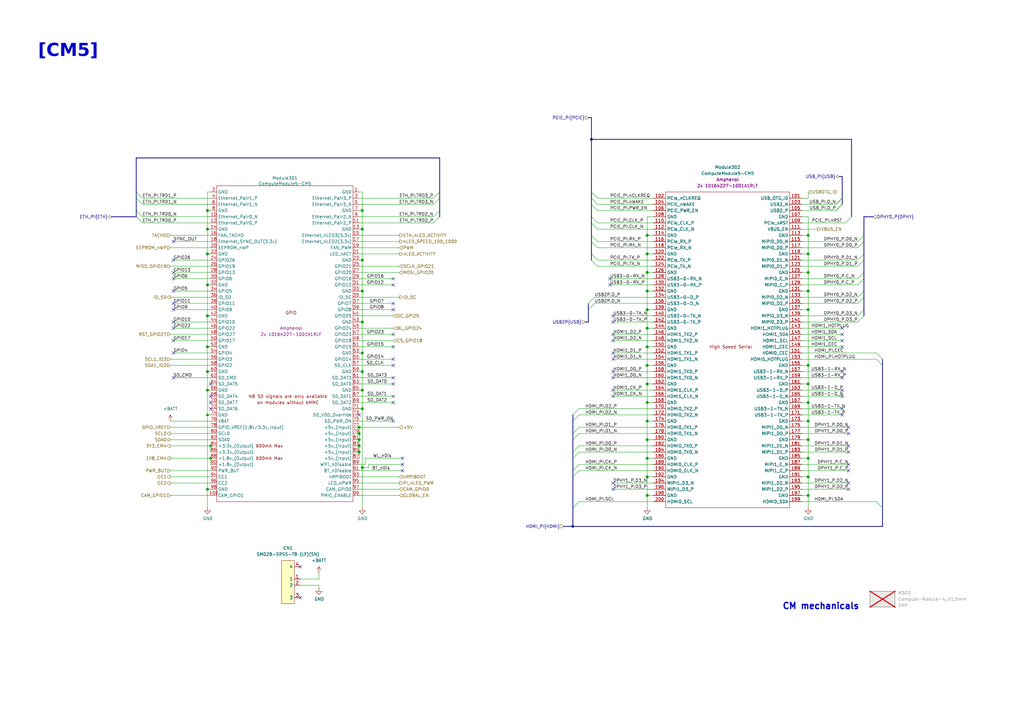
<source format=kicad_sch>
(kicad_sch (version 20250114) (generator "eeschema") (generator_version "9.0")
  (paper "A3")
  (title_block (title "CM5 MINIMA") (date "2025-06-04") (rev "3.1") (company "Pierluigi Colangeli"))
  (bus_alias "DPHY" (members "D0_N" "D0_P" "D1_N" "D1_P" "D2_N" "D2_P" "D3_N" "D3_P" "C_N" "C_P"))
  (text "CM mechanicals" (at 320.802 250.19 0) (effects (font (size 2.54 2.54) (thickness 0.508) (bold yes)) (justify left bottom)))
  (text "[CM5]" (at 27.94 22.352 0) (effects (font (size 5.27 5.27) (bold yes))))
  (junction (at 331.47 119.38) (diameter 1.016))
  (junction (at 331.47 172.72) (diameter 1.016))
  (junction (at 331.47 195.58) (diameter 1.016))
  (junction (at 148.59 167.64) (diameter 1.016))
  (junction (at 85.09 93.98) (diameter 1.016))
  (junction (at 265.43 172.72) (diameter 1.016))
  (junction (at 147.32 185.42) (diameter 1.016))
  (junction (at 147.32 177.8) (diameter 1.016))
  (junction (at 265.43 119.38) (diameter 1.016))
  (junction (at 85.09 104.14) (diameter 1.016))
  (junction (at 148.59 191.77) (diameter 1.016))
  (junction (at 148.59 144.78) (diameter 1.016))
  (junction (at 148.59 86.36) (diameter 1.016))
  (junction (at 147.32 182.88) (diameter 1.016))
  (junction (at 265.43 134.62) (diameter 1.016))
  (junction (at 265.43 187.96) (diameter 1.016))
  (junction (at 265.43 157.48) (diameter 1.016))
  (junction (at 265.43 165.1) (diameter 1.016))
  (junction (at 85.09 129.54) (diameter 1.016))
  (junction (at 86.36 187.96))
  (junction (at 265.43 203.2) (diameter 1.016))
  (junction (at 148.59 119.38) (diameter 1.016))
  (junction (at 148.59 93.98) (diameter 1.016))
  (junction (at 331.47 104.14) (diameter 1.016))
  (junction (at 242.57 57.15))
  (junction (at 265.43 149.86) (diameter 1.016))
  (junction (at 331.47 165.1) (diameter 1.016))
  (junction (at 85.09 142.24) (diameter 1.016))
  (junction (at 147.32 180.34) (diameter 1.016))
  (junction (at 234.95 215.9))
  (junction (at 265.43 142.24) (diameter 1.016))
  (junction (at 331.47 127) (diameter 1.016))
  (junction (at 331.47 180.34) (diameter 1.016))
  (junction (at 86.36 182.88))
  (junction (at 265.43 96.52) (diameter 1.016))
  (junction (at 148.59 152.4) (diameter 1.016))
  (junction (at 85.09 200.66) (diameter 1.016))
  (junction (at 265.43 127) (diameter 1.016))
  (junction (at 148.59 106.68) (diameter 1.016))
  (junction (at 265.43 180.34) (diameter 1.016))
  (junction (at 147.32 175.26) (diameter 1.016))
  (junction (at 85.09 170.18))
  (junction (at 148.59 132.08) (diameter 1.016))
  (junction (at 265.43 195.58) (diameter 1.016))
  (junction (at 85.09 116.84) (diameter 1.016))
  (junction (at 265.43 111.76) (diameter 1.016))
  (junction (at 148.59 160.02) (diameter 1.016))
  (junction (at 85.09 152.4) (diameter 1.016))
  (junction (at 331.47 111.76) (diameter 1.016))
  (junction (at 331.47 149.86) (diameter 1.016))
  (junction (at 331.47 187.96) (diameter 1.016))
  (junction (at 85.09 160.02) (diameter 1.016))
  (junction (at 85.09 86.36) (diameter 1.016))
  (junction (at 331.47 157.48) (diameter 1.016))
  (junction (at 331.47 203.2) (diameter 1.016))
  (junction (at 265.43 104.14) (diameter 1.016))
  (junction (at 331.47 96.52) (diameter 1.016))
  (no_connect (at 161.29 162.56))
  (no_connect (at 71.12 154.94))
  (no_connect (at 347.98 185.42))
  (no_connect (at 345.44 154.94))
  (no_connect (at 251.46 160.02))
  (no_connect (at 251.46 137.16))
  (no_connect (at 161.29 127))
  (no_connect (at 345.44 170.18))
  (no_connect (at 147.32 170.18))
  (no_connect (at 347.98 177.8))
  (no_connect (at 71.12 134.62))
  (no_connect (at 86.36 157.48))
  (no_connect (at 161.29 149.86))
  (no_connect (at 86.36 167.64))
  (no_connect (at 347.98 175.26))
  (no_connect (at 71.12 111.76))
  (no_connect (at 345.44 139.7))
  (no_connect (at 345.44 162.56))
  (no_connect (at 347.98 200.66))
  (no_connect (at 347.98 182.88))
  (no_connect (at 161.29 154.94))
  (no_connect (at 71.12 127))
  (no_connect (at 251.46 132.08))
  (no_connect (at 345.44 160.02))
  (no_connect (at 251.46 154.94))
  (no_connect (at 251.46 198.12))
  (no_connect (at 345.44 152.4))
  (no_connect (at 345.44 137.16))
  (no_connect (at 165.1 187.96))
  (no_connect (at 71.12 119.38))
  (no_connect (at 347.98 193.04))
  (no_connect (at 250.19 114.3))
  (no_connect (at 123.19 245.11))
  (no_connect (at 86.36 165.1))
  (no_connect (at 71.12 124.46))
  (no_connect (at 71.12 132.08))
  (no_connect (at 165.1 190.5))
  (no_connect (at 161.29 142.24))
  (no_connect (at 251.46 129.54))
  (no_connect (at 251.46 200.66))
  (no_connect (at 161.29 124.46))
  (no_connect (at 345.44 167.64))
  (no_connect (at 161.29 157.48))
  (no_connect (at 251.46 152.4))
  (no_connect (at 161.29 147.32))
  (no_connect (at 71.12 106.68))
  (no_connect (at 251.46 144.78))
  (no_connect (at 165.1 193.04))
  (no_connect (at 161.29 114.3))
  (no_connect (at 71.12 99.06))
  (no_connect (at 347.98 190.5))
  (no_connect (at 161.29 137.16))
  (no_connect (at 161.29 116.84))
  (no_connect (at 71.12 114.3))
  (no_connect (at 251.46 162.56))
  (no_connect (at 71.12 144.78))
  (no_connect (at 251.46 147.32))
  (no_connect (at 71.12 139.7))
  (no_connect (at 250.19 116.84))
  (no_connect (at 347.98 198.12))
  (no_connect (at 251.46 139.7))
  (no_connect (at 161.29 165.1))
  (no_connect (at 123.19 232.41))
  (no_connect (at 161.29 172.72))
  (no_connect (at 86.36 162.56))
  (no_connect (at 345.44 142.24))
  (no_connect (at 345.44 134.62))
  (bus_entry (at 55.88 86.36) (size 2.54 2.54))
  (bus_entry (at 345.44 83.82) (size -2.54 2.54))
  (bus_entry (at 177.8 91.44) (size 2.54 -2.54))
  (bus_entry (at 342.9 83.82) (size 2.54 -2.54))
  (bus_entry (at 242.57 83.82) (size 2.54 2.54))
  (bus_entry (at 55.88 88.9) (size 2.54 2.54))
  (bus_entry (at 342.9 86.36) (size 2.54 -2.54))
  (bus_entry (at 351.79 106.68) (size 2.54 -2.54))
  (bus_entry (at 242.57 78.74) (size 2.54 2.54))
  (bus_entry (at 359.41 144.78) (size 2.54 2.54))
  (bus_entry (at 351.79 101.6) (size 2.54 -2.54))
  (bus_entry (at 242.57 99.06) (size 2.54 2.54))
  (bus_entry (at 55.88 81.28) (size 2.54 2.54))
  (bus_entry (at 177.8 81.28) (size 2.54 -2.54))
  (bus_entry (at 237.49 205.74) (size -2.54 2.54))
  (bus_entry (at 237.49 182.88) (size -2.54 2.54))
  (bus_entry (at 351.79 99.06) (size 2.54 -2.54))
  (bus_entry (at 242.57 104.14) (size 2.54 2.54))
  (bus_entry (at 351.79 116.84) (size 2.54 -2.54))
  (bus_entry (at 242.57 81.28) (size 2.54 2.54))
  (bus_entry (at 241.3 124.46) (size 2.54 -2.54))
  (bus_entry (at 242.57 106.68) (size 2.54 2.54))
  (bus_entry (at 346.71 91.44) (size 2.54 -2.54))
  (bus_entry (at 237.49 170.18) (size -2.54 2.54))
  (bus_entry (at 241.3 127) (size 2.54 -2.54))
  (bus_entry (at 242.57 88.9) (size 2.54 2.54))
  (bus_entry (at 351.79 109.22) (size 2.54 -2.54))
  (bus_entry (at 345.44 81.28) (size -2.54 2.54))
  (bus_entry (at 55.88 78.74) (size 2.54 2.54))
  (bus_entry (at 237.49 175.26) (size -2.54 2.54))
  (bus_entry (at 177.8 88.9) (size 2.54 -2.54))
  (bus_entry (at 351.79 121.92) (size 2.54 -2.54))
  (bus_entry (at 237.49 193.04) (size -2.54 2.54))
  (bus_entry (at 242.57 96.52) (size 2.54 2.54))
  (bus_entry (at 237.49 185.42) (size -2.54 2.54))
  (bus_entry (at 351.79 114.3) (size 2.54 -2.54))
  (bus_entry (at 351.79 132.08) (size 2.54 -2.54))
  (bus_entry (at 351.79 124.46) (size 2.54 -2.54))
  (bus_entry (at 359.41 205.74) (size 2.54 2.54))
  (bus_entry (at 242.57 91.44) (size 2.54 2.54))
  (bus_entry (at 237.49 177.8) (size -2.54 2.54))
  (bus_entry (at 359.41 147.32) (size 2.54 2.54))
  (bus_entry (at 351.79 129.54) (size 2.54 -2.54))
  (bus_entry (at 237.49 190.5) (size -2.54 2.54))
  (bus_entry (at 177.8 83.82) (size 2.54 -2.54))
  (bus_entry (at 237.49 167.64) (size -2.54 2.54))
  (wire (pts (xy 251.46 139.7) (xy 267.97 139.7)))
  (wire (pts (xy 85.09 93.98) (xy 85.09 86.36)))
  (wire (pts (xy 245.11 106.68) (xy 267.97 106.68)))
  (wire (pts (xy 147.32 203.2) (xy 163.83 203.2)))
  (wire (pts (xy 149.86 187.96) (xy 165.1 187.96)))
  (wire (pts (xy 148.59 78.74) (xy 148.59 86.36)))
  (wire (pts (xy 69.85 96.52) (xy 86.36 96.52)))
  (wire (pts (xy 237.49 182.88) (xy 267.97 182.88)))
  (wire (pts (xy 69.85 177.8) (xy 86.36 177.8)))
  (wire (pts (xy 85.09 152.4) (xy 85.09 160.02)))
  (wire (pts (xy 85.09 116.84) (xy 86.36 116.84)))
  (wire (pts (xy 331.47 172.72) (xy 331.47 180.34)))
  (bus (pts (xy 55.88 81.28) (xy 55.88 86.36)))
  (bus (pts (xy 358.14 88.9) (xy 354.33 88.9)))
  (wire (pts (xy 331.47 187.96) (xy 331.47 195.58)))
  (wire (pts (xy 251.46 129.54) (xy 267.97 129.54)))
  (bus (pts (xy 231.14 215.9) (xy 234.95 215.9)))
  (wire (pts (xy 251.46 200.66) (xy 267.97 200.66)))
  (wire (pts (xy 267.97 162.56) (xy 251.46 162.56)))
  (wire (pts (xy 328.93 152.4) (xy 345.44 152.4)))
  (wire (pts (xy 71.12 127) (xy 86.36 127)))
  (bus (pts (xy 354.33 104.14) (xy 354.33 106.68)))
  (wire (pts (xy 328.93 86.36) (xy 342.9 86.36)))
  (wire (pts (xy 331.47 127) (xy 331.47 119.38)))
  (wire (pts (xy 265.43 195.58) (xy 265.43 203.2)))
  (bus (pts (xy 242.57 81.28) (xy 242.57 78.74)))
  (wire (pts (xy 85.09 116.84) (xy 85.09 129.54)))
  (bus (pts (xy 180.34 81.28) (xy 180.34 86.36)))
  (wire (pts (xy 147.32 96.52) (xy 163.83 96.52)))
  (wire (pts (xy 58.42 88.9) (xy 86.36 88.9)))
  (wire (pts (xy 69.85 187.96) (xy 86.36 187.96)))
  (wire (pts (xy 147.32 114.3) (xy 161.29 114.3)))
  (wire (pts (xy 161.29 149.86) (xy 147.32 149.86)))
  (wire (pts (xy 265.43 96.52) (xy 265.43 104.14)))
  (wire (pts (xy 328.93 165.1) (xy 331.47 165.1)))
  (wire (pts (xy 69.85 193.04) (xy 86.36 193.04)))
  (wire (pts (xy 85.09 160.02) (xy 85.09 170.18)))
  (wire (pts (xy 328.93 149.86) (xy 331.47 149.86)))
  (wire (pts (xy 331.47 203.2) (xy 331.47 208.28)))
  (wire (pts (xy 58.42 83.82) (xy 86.36 83.82)))
  (wire (pts (xy 147.32 198.12) (xy 163.83 198.12)))
  (wire (pts (xy 251.46 154.94) (xy 267.97 154.94)))
  (wire (pts (xy 267.97 203.2) (xy 265.43 203.2)))
  (bus (pts (xy 354.33 111.76) (xy 354.33 114.3)))
  (wire (pts (xy 245.11 93.98) (xy 267.97 93.98)))
  (wire (pts (xy 328.93 139.7) (xy 345.44 139.7)))
  (wire (pts (xy 328.93 109.22) (xy 351.79 109.22)))
  (bus (pts (xy 242.57 99.06) (xy 242.57 96.52)))
  (bus (pts (xy 241.3 124.46) (xy 241.3 127)))
  (wire (pts (xy 147.32 175.26) (xy 163.83 175.26)))
  (bus (pts (xy 349.25 57.15) (xy 242.57 57.15)))
  (wire (pts (xy 331.47 195.58) (xy 331.47 203.2)))
  (wire (pts (xy 85.09 142.24) (xy 85.09 152.4)))
  (wire (pts (xy 123.19 237.49) (xy 130.81 237.49)))
  (wire (pts (xy 331.47 78.74) (xy 331.47 81.28)))
  (wire (pts (xy 147.32 86.36) (xy 148.59 86.36)))
  (wire (pts (xy 331.47 180.34) (xy 331.47 187.96)))
  (bus (pts (xy 345.44 81.28) (xy 345.44 83.82)))
  (wire (pts (xy 148.59 78.74) (xy 147.32 78.74)))
  (bus (pts (xy 234.95 180.34) (xy 234.95 185.42)))
  (wire (pts (xy 328.93 185.42) (xy 347.98 185.42)))
  (wire (pts (xy 328.93 96.52) (xy 331.47 96.52)))
  (wire (pts (xy 69.85 172.72) (xy 86.36 172.72)))
  (wire (pts (xy 147.32 152.4) (xy 148.59 152.4)))
  (wire (pts (xy 147.32 116.84) (xy 161.29 116.84)))
  (bus (pts (xy 234.95 172.72) (xy 234.95 177.8)))
  (wire (pts (xy 147.32 157.48) (xy 161.29 157.48)))
  (wire (pts (xy 328.93 142.24) (xy 345.44 142.24)))
  (wire (pts (xy 328.93 157.48) (xy 331.47 157.48)))
  (wire (pts (xy 71.12 114.3) (xy 86.36 114.3)))
  (wire (pts (xy 265.43 119.38) (xy 267.97 119.38)))
  (bus (pts (xy 55.88 86.36) (xy 55.88 88.9)))
  (wire (pts (xy 328.93 127) (xy 331.47 127)))
  (wire (pts (xy 147.32 139.7) (xy 161.29 139.7)))
  (wire (pts (xy 148.59 93.98) (xy 148.59 106.68)))
  (wire (pts (xy 250.19 114.3) (xy 267.97 114.3)))
  (wire (pts (xy 147.32 134.62) (xy 161.29 134.62)))
  (wire (pts (xy 147.32 182.88) (xy 147.32 185.42)))
  (wire (pts (xy 331.47 104.14) (xy 331.47 96.52)))
  (wire (pts (xy 85.09 200.66) (xy 85.09 208.28)))
  (wire (pts (xy 331.47 127) (xy 331.47 149.86)))
  (bus (pts (xy 180.34 64.77) (xy 180.34 78.74)))
  (wire (pts (xy 69.85 101.6) (xy 86.36 101.6)))
  (wire (pts (xy 147.32 175.26) (xy 147.32 177.8)))
  (bus (pts (xy 354.33 114.3) (xy 354.33 119.38)))
  (wire (pts (xy 328.93 147.32) (xy 359.41 147.32)))
  (wire (pts (xy 331.47 157.48) (xy 331.47 165.1)))
  (wire (pts (xy 251.46 198.12) (xy 267.97 198.12)))
  (bus (pts (xy 354.33 121.92) (xy 354.33 127)))
  (wire (pts (xy 265.43 88.9) (xy 265.43 96.52)))
  (wire (pts (xy 265.43 149.86) (xy 267.97 149.86)))
  (wire (pts (xy 151.13 190.5) (xy 165.1 190.5)))
  (wire (pts (xy 237.49 167.64) (xy 267.97 167.64)))
  (wire (pts (xy 267.97 101.6) (xy 245.11 101.6)))
  (wire (pts (xy 71.12 144.78) (xy 86.36 144.78)))
  (wire (pts (xy 328.93 190.5) (xy 347.98 190.5)))
  (wire (pts (xy 250.19 116.84) (xy 267.97 116.84)))
  (wire (pts (xy 161.29 154.94) (xy 147.32 154.94)))
  (wire (pts (xy 148.59 106.68) (xy 148.59 119.38)))
  (wire (pts (xy 251.46 147.32) (xy 267.97 147.32)))
  (wire (pts (xy 328.93 93.98) (xy 335.28 93.98)))
  (bus (pts (xy 55.88 64.77) (xy 55.88 78.74)))
  (bus (pts (xy 361.95 149.86) (xy 361.95 208.28)))
  (wire (pts (xy 147.32 167.64) (xy 148.59 167.64)))
  (wire (pts (xy 251.46 137.16) (xy 267.97 137.16)))
  (wire (pts (xy 245.11 91.44) (xy 267.97 91.44)))
  (wire (pts (xy 265.43 104.14) (xy 265.43 111.76)))
  (wire (pts (xy 86.36 190.5) (xy 86.36 187.96)))
  (wire (pts (xy 147.32 195.58) (xy 163.83 195.58)))
  (wire (pts (xy 69.85 147.32) (xy 86.36 147.32)))
  (wire (pts (xy 328.93 198.12) (xy 347.98 198.12)))
  (wire (pts (xy 69.85 121.92) (xy 86.36 121.92)))
  (wire (pts (xy 243.84 121.92) (xy 267.97 121.92)))
  (wire (pts (xy 237.49 190.5) (xy 267.97 190.5)))
  (wire (pts (xy 147.32 93.98) (xy 148.59 93.98)))
  (bus (pts (xy 55.88 78.74) (xy 55.88 81.28)))
  (wire (pts (xy 71.12 111.76) (xy 86.36 111.76)))
  (wire (pts (xy 147.32 104.14) (xy 163.83 104.14)))
  (wire (pts (xy 85.09 170.18) (xy 85.09 200.66)))
  (wire (pts (xy 69.85 198.12) (xy 86.36 198.12)))
  (bus (pts (xy 354.33 106.68) (xy 354.33 111.76)))
  (wire (pts (xy 149.86 190.5) (xy 149.86 187.96)))
  (wire (pts (xy 251.46 160.02) (xy 267.97 160.02)))
  (wire (pts (xy 148.59 191.77) (xy 151.13 191.77)))
  (bus (pts (xy 241.3 127) (xy 241.3 132.08)))
  (wire (pts (xy 148.59 167.64) (xy 148.59 191.77)))
  (wire (pts (xy 147.32 190.5) (xy 149.86 190.5)))
  (bus (pts (xy 234.95 185.42) (xy 234.95 187.96)))
  (wire (pts (xy 147.32 99.06) (xy 163.83 99.06)))
  (wire (pts (xy 328.93 106.68) (xy 351.79 106.68)))
  (wire (pts (xy 328.93 200.66) (xy 347.98 200.66)))
  (wire (pts (xy 130.81 237.49) (xy 130.81 234.95)))
  (wire (pts (xy 331.47 165.1) (xy 331.47 172.72)))
  (wire (pts (xy 147.32 111.76) (xy 163.83 111.76)))
  (wire (pts (xy 328.93 119.38) (xy 331.47 119.38)))
  (wire (pts (xy 331.47 81.28) (xy 328.93 81.28)))
  (wire (pts (xy 331.47 96.52) (xy 331.47 88.9)))
  (bus (pts (xy 354.33 99.06) (xy 354.33 104.14)))
  (wire (pts (xy 328.93 137.16) (xy 345.44 137.16)))
  (wire (pts (xy 69.85 180.34) (xy 86.36 180.34)))
  (wire (pts (xy 331.47 149.86) (xy 331.47 157.48)))
  (wire (pts (xy 147.32 132.08) (xy 148.59 132.08)))
  (wire (pts (xy 71.12 99.06) (xy 86.36 99.06)))
  (wire (pts (xy 265.43 172.72) (xy 265.43 180.34)))
  (wire (pts (xy 328.93 172.72) (xy 331.47 172.72)))
  (wire (pts (xy 151.13 191.77) (xy 151.13 190.5)))
  (wire (pts (xy 328.93 99.06) (xy 351.79 99.06)))
  (wire (pts (xy 328.93 175.26) (xy 347.98 175.26)))
  (bus (pts (xy 354.33 127) (xy 354.33 129.54)))
  (wire (pts (xy 147.32 160.02) (xy 148.59 160.02)))
  (wire (pts (xy 147.32 124.46) (xy 161.29 124.46)))
  (wire (pts (xy 85.09 129.54) (xy 86.36 129.54)))
  (bus (pts (xy 241.3 48.26) (xy 242.57 48.26)))
  (wire (pts (xy 265.43 149.86) (xy 265.43 157.48)))
  (wire (pts (xy 148.59 144.78) (xy 148.59 152.4)))
  (wire (pts (xy 328.93 101.6) (xy 351.79 101.6)))
  (wire (pts (xy 147.32 177.8) (xy 147.32 180.34)))
  (bus (pts (xy 361.95 147.32) (xy 361.95 149.86)))
  (wire (pts (xy 237.49 170.18) (xy 267.97 170.18)))
  (wire (pts (xy 161.29 172.72) (xy 147.32 172.72)))
  (wire (pts (xy 265.43 165.1) (xy 267.97 165.1)))
  (wire (pts (xy 245.11 109.22) (xy 267.97 109.22)))
  (wire (pts (xy 85.09 86.36) (xy 85.09 78.74)))
  (wire (pts (xy 245.11 81.28) (xy 267.97 81.28)))
  (wire (pts (xy 85.09 86.36) (xy 86.36 86.36)))
  (wire (pts (xy 265.43 134.62) (xy 267.97 134.62)))
  (wire (pts (xy 237.49 177.8) (xy 267.97 177.8)))
  (wire (pts (xy 85.09 170.18) (xy 86.36 170.18)))
  (wire (pts (xy 328.93 129.54) (xy 351.79 129.54)))
  (wire (pts (xy 265.43 142.24) (xy 267.97 142.24)))
  (wire (pts (xy 86.36 182.88) (xy 86.36 185.42)))
  (wire (pts (xy 328.93 162.56) (xy 345.44 162.56)))
  (bus (pts (xy 345.44 72.39) (xy 345.44 81.28)))
  (bus (pts (xy 234.95 177.8) (xy 234.95 180.34)))
  (bus (pts (xy 234.95 195.58) (xy 234.95 208.28)))
  (bus (pts (xy 354.33 119.38) (xy 354.33 121.92)))
  (wire (pts (xy 237.49 193.04) (xy 267.97 193.04)))
  (wire (pts (xy 237.49 205.74) (xy 267.97 205.74)))
  (wire (pts (xy 147.32 106.68) (xy 148.59 106.68)))
  (wire (pts (xy 328.93 121.92) (xy 351.79 121.92)))
  (wire (pts (xy 328.93 132.08) (xy 351.79 132.08)))
  (wire (pts (xy 331.47 119.38) (xy 331.47 111.76)))
  (wire (pts (xy 328.93 182.88) (xy 347.98 182.88)))
  (wire (pts (xy 71.12 106.68) (xy 86.36 106.68)))
  (wire (pts (xy 85.09 152.4) (xy 86.36 152.4)))
  (bus (pts (xy 180.34 78.74) (xy 180.34 81.28)))
  (wire (pts (xy 331.47 88.9) (xy 328.93 88.9)))
  (wire (pts (xy 85.09 93.98) (xy 85.09 104.14)))
  (wire (pts (xy 69.85 109.22) (xy 86.36 109.22)))
  (bus (pts (xy 242.57 88.9) (xy 242.57 83.82)))
  (wire (pts (xy 328.93 205.74) (xy 359.41 205.74)))
  (wire (pts (xy 265.43 180.34) (xy 265.43 187.96)))
  (bus (pts (xy 180.34 86.36) (xy 180.34 88.9)))
  (wire (pts (xy 345.44 154.94) (xy 328.93 154.94)))
  (wire (pts (xy 328.93 193.04) (xy 347.98 193.04)))
  (wire (pts (xy 85.09 104.14) (xy 85.09 116.84)))
  (wire (pts (xy 85.09 160.02) (xy 86.36 160.02)))
  (wire (pts (xy 85.09 104.14) (xy 86.36 104.14)))
  (bus (pts (xy 240.03 132.08) (xy 241.3 132.08)))
  (wire (pts (xy 177.8 81.28) (xy 147.32 81.28)))
  (wire (pts (xy 265.43 127) (xy 265.43 134.62)))
  (wire (pts (xy 265.43 187.96) (xy 267.97 187.96)))
  (bus (pts (xy 234.95 193.04) (xy 234.95 195.58)))
  (wire (pts (xy 237.49 185.42) (xy 267.97 185.42)))
  (wire (pts (xy 85.09 78.74) (xy 86.36 78.74)))
  (wire (pts (xy 69.85 175.26) (xy 86.36 175.26)))
  (wire (pts (xy 147.32 119.38) (xy 148.59 119.38)))
  (wire (pts (xy 245.11 83.82) (xy 267.97 83.82)))
  (wire (pts (xy 123.19 240.03) (xy 130.81 240.03)))
  (wire (pts (xy 148.59 86.36) (xy 148.59 93.98)))
  (wire (pts (xy 86.36 200.66) (xy 85.09 200.66)))
  (wire (pts (xy 71.12 124.46) (xy 86.36 124.46)))
  (wire (pts (xy 328.93 144.78) (xy 359.41 144.78)))
  (wire (pts (xy 328.93 203.2) (xy 331.47 203.2)))
  (wire (pts (xy 328.93 104.14) (xy 331.47 104.14)))
  (wire (pts (xy 328.93 167.64) (xy 345.44 167.64)))
  (wire (pts (xy 148.59 132.08) (xy 148.59 144.78)))
  (wire (pts (xy 265.43 172.72) (xy 267.97 172.72)))
  (wire (pts (xy 245.11 86.36) (xy 267.97 86.36)))
  (bus (pts (xy 349.25 88.9) (xy 349.25 57.15)))
  (wire (pts (xy 69.85 149.86) (xy 86.36 149.86)))
  (wire (pts (xy 148.59 160.02) (xy 148.59 167.64)))
  (bus (pts (xy 354.33 88.9) (xy 354.33 96.52)))
  (wire (pts (xy 85.09 129.54) (xy 85.09 142.24)))
  (wire (pts (xy 265.43 104.14) (xy 267.97 104.14)))
  (wire (pts (xy 251.46 144.78) (xy 267.97 144.78)))
  (wire (pts (xy 265.43 180.34) (xy 267.97 180.34)))
  (wire (pts (xy 243.84 124.46) (xy 267.97 124.46)))
  (wire (pts (xy 147.32 121.92) (xy 163.83 121.92)))
  (wire (pts (xy 147.32 147.32) (xy 161.29 147.32)))
  (wire (pts (xy 147.32 109.22) (xy 163.83 109.22)))
  (wire (pts (xy 177.8 91.44) (xy 147.32 91.44)))
  (wire (pts (xy 69.85 137.16) (xy 86.36 137.16)))
  (bus (pts (xy 242.57 91.44) (xy 242.57 88.9)))
  (wire (pts (xy 328.93 124.46) (xy 351.79 124.46)))
  (bus (pts (xy 354.33 96.52) (xy 354.33 99.06)))
  (bus (pts (xy 242.57 78.74) (xy 242.57 57.15)))
  (wire (pts (xy 265.43 119.38) (xy 265.43 127)))
  (wire (pts (xy 251.46 132.08) (xy 267.97 132.08)))
  (wire (pts (xy 147.32 137.16) (xy 161.29 137.16)))
  (wire (pts (xy 58.42 81.28) (xy 86.36 81.28)))
  (wire (pts (xy 237.49 175.26) (xy 267.97 175.26)))
  (wire (pts (xy 148.59 191.77) (xy 148.59 208.28)))
  (wire (pts (xy 265.43 157.48) (xy 267.97 157.48)))
  (bus (pts (xy 242.57 83.82) (xy 242.57 81.28)))
  (wire (pts (xy 85.09 93.98) (xy 86.36 93.98)))
  (wire (pts (xy 147.32 185.42) (xy 147.32 187.96)))
  (wire (pts (xy 161.29 162.56) (xy 147.32 162.56)))
  (bus (pts (xy 234.95 208.28) (xy 234.95 215.9)))
  (wire (pts (xy 328.93 116.84) (xy 351.79 116.84)))
  (wire (pts (xy 251.46 152.4) (xy 267.97 152.4)))
  (wire (pts (xy 328.93 170.18) (xy 345.44 170.18)))
  (wire (pts (xy 328.93 83.82) (xy 342.9 83.82)))
  (wire (pts (xy 71.12 119.38) (xy 86.36 119.38)))
  (bus (pts (xy 242.57 57.15) (xy 242.57 48.26)))
  (wire (pts (xy 267.97 88.9) (xy 265.43 88.9)))
  (bus (pts (xy 345.44 72.39) (xy 344.17 72.39)))
  (wire (pts (xy 265.43 111.76) (xy 267.97 111.76)))
  (wire (pts (xy 71.12 139.7) (xy 86.36 139.7)))
  (wire (pts (xy 328.93 180.34) (xy 331.47 180.34)))
  (wire (pts (xy 69.85 203.2) (xy 86.36 203.2)))
  (wire (pts (xy 328.93 91.44) (xy 346.71 91.44)))
  (wire (pts (xy 265.43 96.52) (xy 267.97 96.52)))
  (wire (pts (xy 147.32 165.1) (xy 161.29 165.1)))
  (bus (pts (xy 234.95 170.18) (xy 234.95 172.72)))
  (wire (pts (xy 147.32 142.24) (xy 161.29 142.24)))
  (wire (pts (xy 58.42 91.44) (xy 86.36 91.44)))
  (bus (pts (xy 234.95 215.9) (xy 361.95 215.9)))
  (bus (pts (xy 361.95 208.28) (xy 361.95 215.9)))
  (wire (pts (xy 328.93 160.02) (xy 345.44 160.02)))
  (wire (pts (xy 147.32 200.66) (xy 163.83 200.66)))
  (wire (pts (xy 71.12 134.62) (xy 86.36 134.62)))
  (bus (pts (xy 180.34 64.77) (xy 55.88 64.77)))
  (wire (pts (xy 328.93 114.3) (xy 351.79 114.3)))
  (wire (pts (xy 147.32 180.34) (xy 147.32 182.88)))
  (wire (pts (xy 267.97 99.06) (xy 245.11 99.06)))
  (wire (pts (xy 148.59 119.38) (xy 148.59 132.08)))
  (wire (pts (xy 265.43 157.48) (xy 265.43 165.1)))
  (wire (pts (xy 328.93 111.76) (xy 331.47 111.76)))
  (wire (pts (xy 177.8 88.9) (xy 147.32 88.9)))
  (wire (pts (xy 71.12 154.94) (xy 86.36 154.94)))
  (wire (pts (xy 147.32 144.78) (xy 148.59 144.78)))
  (bus (pts (xy 242.57 96.52) (xy 242.57 91.44)))
  (wire (pts (xy 265.43 187.96) (xy 265.43 195.58)))
  (wire (pts (xy 71.12 132.08) (xy 86.36 132.08)))
  (wire (pts (xy 147.32 129.54) (xy 161.29 129.54)))
  (bus (pts (xy 242.57 104.14) (xy 242.57 99.06)))
  (wire (pts (xy 267.97 195.58) (xy 265.43 195.58)))
  (wire (pts (xy 69.85 182.88) (xy 86.36 182.88)))
  (wire (pts (xy 328.93 134.62) (xy 345.44 134.62)))
  (wire (pts (xy 328.93 187.96) (xy 331.47 187.96)))
  (wire (pts (xy 177.8 83.82) (xy 147.32 83.82)))
  (wire (pts (xy 265.43 111.76) (xy 265.43 119.38)))
  (wire (pts (xy 147.32 101.6) (xy 163.83 101.6)))
  (wire (pts (xy 147.32 127) (xy 161.29 127)))
  (bus (pts (xy 234.95 187.96) (xy 234.95 193.04)))
  (wire (pts (xy 265.43 165.1) (xy 265.43 172.72)))
  (wire (pts (xy 69.85 195.58) (xy 86.36 195.58)))
  (bus (pts (xy 45.72 88.9) (xy 55.88 88.9)))
  (wire (pts (xy 147.32 193.04) (xy 165.1 193.04)))
  (wire (pts (xy 130.81 240.03) (xy 130.81 241.3)))
  (bus (pts (xy 242.57 106.68) (xy 242.57 104.14)))
  (wire (pts (xy 265.43 203.2) (xy 265.43 208.28)))
  (wire (pts (xy 328.93 195.58) (xy 331.47 195.58)))
  (wire (pts (xy 148.59 152.4) (xy 148.59 160.02)))
  (wire (pts (xy 265.43 134.62) (xy 265.43 142.24)))
  (wire (pts (xy 328.93 177.8) (xy 347.98 177.8)))
  (wire (pts (xy 331.47 111.76) (xy 331.47 104.14)))
  (wire (pts (xy 265.43 127) (xy 267.97 127)))
  (wire (pts (xy 265.43 142.24) (xy 265.43 149.86)))
  (wire (pts (xy 85.09 142.24) (xy 86.36 142.24)))
  (label "GPIO12" (at 157.48 116.84 180))
  (label "ETH_PI.TRD0_N" (at 58.42 88.9 0))
  (label "HDMI1_CEC" (at 332.74 142.24 0))
  (label "PCIE_PI.nWAKE" (at 250.19 83.82 0))
  (label "HDMI_PI.SDA" (at 334.01 205.74 0))
  (label "GPIO10" (at 71.12 132.08 0))
  (label "HDMI1_CK_P" (at 251.46 160.02 0))
  (label "ETH_PI.TRD3_N" (at 177.8 83.82 180))
  (label "GPIO5" (at 71.12 119.38 0))
  (label "USB3-1-TX_P" (at 332.74 170.18 0))
  (label "GPIO22" (at 71.12 134.62 0))
  (label "ETH_PI.TRD2_P" (at 177.8 91.44 180))
  (label "DPHY0_P.C_P" (at 337.82 116.84 0))
  (label "GPIO8" (at 157.48 127 180))
  (label "GPIO4" (at 71.12 144.78 0))
  (label "HDMI1_D1_P" (at 251.46 144.78 0))
  (label "GPIO16" (at 157.48 114.3 180))
  (label "PCIE_PI.PWR_EN" (at 250.19 86.36 0))
  (label "USB_PI.D_P" (at 342.9 86.36 180))
  (label "DPHY1_P.D1_P" (at 347.98 185.42 180))
  (label "DPHY0_P.C_N" (at 337.82 114.3 0))
  (label "GPIO9" (at 71.12 127 0))
  (label "DPHY0_P.D1_N" (at 351.79 106.68 180))
  (label "GPIO11" (at 71.12 124.46 0))
  (label "DPHY0_P.D0_N" (at 351.79 99.06 180))
  (label "PCIE_PI.TX_P" (at 250.19 106.68 0))
  (label "HDMI_PI.CEC" (at 334.01 144.78 0))
  (label "HDMI_PI.D2_N" (at 240.03 170.18 0))
  (label "HDMI_PI.D0_P" (at 240.03 182.88 0))
  (label "USB2P.D_P" (at 243.84 121.92 0))
  (label "DPHY1_P.D3_P" (at 251.46 200.66 0))
  (label "PCIE_PI.nCLKREQ" (at 250.19 81.28 0))
  (label "USB3-1-RX_N" (at 332.74 152.4 0))
  (label "HDMI_PI.D0_N" (at 240.03 185.42 0))
  (label "DPHY0_P.D3_P" (at 351.79 132.08 180))
  (label "WL_nDis" (at 160.655 187.96 180))
  (label "DPHY1_P.D0_P" (at 347.98 177.8 180))
  (label "GPIO13" (at 71.12 111.76 0))
  (label "ETH_PI.TRD1_N" (at 58.42 83.82 0))
  (label "USB3-0-RX_N" (at 250.19 114.3 0))
  (label "SD_DAT3" (at 158.75 154.94 180))
  (label "USB3-1-D_N" (at 332.74 162.56 0))
  (label "USB3-1-TX_N" (at 332.74 167.64 0))
  (label "GPIO26" (at 71.12 106.68 0))
  (label "HDMI_PI.CK_N" (at 240.03 193.04 0))
  (label "HDMI1_D0_P" (at 251.46 152.4 0))
  (label "GPIO6" (at 71.12 114.3 0))
  (label "SYNC_OUT" (at 71.12 99.06 0))
  (label "HDMI_PI.SCL" (at 240.03 205.74 0))
  (label "PCIE_PI.RX_N" (at 250.19 101.6 0))
  (label "PCIE_PI.RX_P" (at 250.19 99.06 0))
  (label "HDMI_PI.CK_P" (at 240.03 190.5 0))
  (label "USB3-0-TX_P" (at 251.46 132.08 0))
  (label "HDMI_PI.D1_P" (at 240.03 175.26 0))
  (label "DPHY0_P.D1_P" (at 351.79 109.22 180))
  (label "HDMI_PI.D1_N" (at 240.03 177.8 0))
  (label "USB3-0-TX_N" (at 251.46 129.54 0))
  (label "ETH_PI.TRD3_P" (at 177.8 81.28 180))
  (label "USB3-1-D_P" (at 332.74 160.02 0))
  (label "USB3-1-RX_P" (at 332.74 154.94 0))
  (label "DPHY1_P.C_N" (at 347.98 190.5 180))
  (label "PCIE_PI.CLK_P" (at 250.19 91.44 0))
  (label "USB_PI.D_N" (at 342.9 83.82 180))
  (label "GPIO17" (at 71.12 139.7 0))
  (label "SD_CLK" (at 157.48 149.86 180))
  (label "HDMI1_CK_N" (at 251.46 162.56 0))
  (label "SD_PWR_ON" (at 161.29 172.72 180))
  (label "USB2P.D_N" (at 243.84 124.46 0))
  (label "ETH_PI.TRD1_P" (at 58.42 81.28 0))
  (label "HDMI_PI.HOTPLUG" (at 334.01 147.32 0))
  (label "HDMI1_D2_P" (at 251.46 137.16 0))
  (label "USB3-0-RX_P" (at 250.19 116.84 0))
  (label "DPHY0_P.D2_N" (at 351.79 121.92 180))
  (label "DPHY0_P.D3_N" (at 351.79 129.54 180))
  (label "PCIE_PI.TX_N" (at 250.19 109.22 0))
  (label "GPIO23" (at 157.48 137.16 180))
  (label "ETH_PI.TRD0_P" (at 58.42 91.44 0))
  (label "DPHY0_P.D2_P" (at 351.79 124.46 180))
  (label "GPIO15" (at 157.48 142.24 180))
  (label "HDMI1_D1_N" (at 251.46 147.32 0))
  (label "DPHY1_P.D1_N" (at 347.98 182.88 180))
  (label "BT_nDis" (at 160.02 193.04 180))
  (label "HDMI1_SDA" (at 332.74 137.16 0))
  (label "ETH_PI.TRD2_N" (at 177.8 88.9 180))
  (label "GPIO7" (at 157.48 124.46 180))
  (label "DPHY0_P.D0_P" (at 351.79 101.6 180))
  (label "HDMI1_SCL" (at 332.74 139.7 0))
  (label "SD_DAT2" (at 158.75 165.1 180))
  (label "DPHY1_P.C_P" (at 347.98 193.04 180))
  (label "GPIO14" (at 157.48 147.32 180))
  (label "HDMI_PI.D2_P" (at 240.03 167.64 0))
  (label "DPHY1_P.D2_N" (at 347.98 198.12 180))
  (label "DPHY1_P.D3_N" (at 251.46 198.12 0))
  (label "SD_DAT1" (at 158.75 162.56 180))
  (label "HDMI1_D2_N" (at 251.46 139.7 0))
  (label "PCIE_PI.CLK_N" (at 250.19 93.98 0))
  (label "HDMI1_D0_N" (at 251.46 154.94 0))
  (label "SD_CMD" (at 71.12 154.94 0))
  (label "DPHY1_P.D0_N" (at 347.98 175.26 180))
  (label "PCIE_PI.nRST" (at 345.44 91.44 180))
  (label "SD_DAT0" (at 158.75 157.48 180))
  (label "DPHY1_P.D2_P" (at 347.98 200.66 180))
  (label "HDMI1_HOTPLUG" (at 332.74 134.62 0))
  (hierarchical_label "MOSI_GPIO20" (shape input) (at 163.83 111.76 0))
  (hierarchical_label "CC1" (shape output) (at 69.85 195.58 180))
  (hierarchical_label "USB2P{USB}" (shape input) (at 240.03 132.08 180))
  (hierarchical_label "DC_GPI25" (shape input) (at 161.29 129.54 0))
  (hierarchical_label "DPHY0_P{DPHY}" (shape input) (at 358.14 88.9 0))
  (hierarchical_label "SCL0" (shape output) (at 69.85 177.8 180))
  (hierarchical_label "ETH_PI{ETH}" (shape bidirectional) (at 45.72 88.9 180))
  (hierarchical_label "CS_GPIO18" (shape input) (at 161.29 139.7 0))
  (hierarchical_label "HDMI_PI{HDMI}" (shape input) (at 231.14 215.9 180))
  (hierarchical_label "CAM_GPIO1" (shape input) (at 69.85 203.2 180))
  (hierarchical_label "PWR_BUT" (shape input) (at 69.85 193.04 180))
  (hierarchical_label "MISO_GPIO19" (shape input) (at 69.85 109.22 180))
  (hierarchical_label "USB_PI{USB}" (shape bidirectional) (at 344.17 72.39 180))
  (hierarchical_label "ID_SC" (shape output) (at 163.83 121.92 0))
  (hierarchical_label "ETH_nLED_ACTIVITY" (shape output) (at 163.83 96.52 0))
  (hierarchical_label "TACHO" (shape input) (at 69.85 96.52 180))
  (hierarchical_label "PCIE_PI{PCIE}" (shape input) (at 241.3 48.26 180))
  (hierarchical_label "CC2" (shape output) (at 69.85 198.12 180))
  (hierarchical_label "GLOBAL_EN" (shape input) (at 163.83 203.2 0))
  (hierarchical_label "VBUS_EN" (shape output) (at 335.28 93.98 0))
  (hierarchical_label "nLED_SPEED_100_1000" (shape output) (at 163.83 99.06 0))
  (hierarchical_label "SDA1_IO2" (shape input) (at 69.85 149.86 180))
  (hierarchical_label "PI_nLED_PWR" (shape output) (at 163.83 198.12 0))
  (hierarchical_label "ID_SD" (shape output) (at 69.85 121.92 180))
  (hierarchical_label "RST_GPIO27" (shape input) (at 69.85 137.16 180))
  (hierarchical_label "CAM_GPIO0" (shape input) (at 163.83 200.66 0))
  (hierarchical_label "GPIO_VREF" (shape input) (at 69.85 175.26 180))
  (hierarchical_label "nRPIBOOT" (shape input) (at 163.83 195.58 0))
  (hierarchical_label "SCLK_GPIO21" (shape input) (at 163.83 109.22 0))
  (hierarchical_label "3V3_CM4" (shape output) (at 69.85 182.88 180))
  (hierarchical_label "PWM" (shape input) (at 163.83 101.6 0))
  (hierarchical_label "EEPROM_nWP" (shape input) (at 69.85 101.6 180))
  (hierarchical_label "BL_GPIO24" (shape input) (at 161.29 134.62 0))
  (hierarchical_label "USBOTG_ID" (shape input) (at 331.47 78.74 0))
  (hierarchical_label "SDA0" (shape bidirectional) (at 69.85 180.34 180))
  (hierarchical_label "+5V" (shape input) (at 163.83 175.26 0))
  (hierarchical_label "1V8_CM4" (shape output) (at 69.85 187.96 180))
  (hierarchical_label "SCL1_IO3" (shape input) (at 69.85 147.32 180))
  (hierarchical_label "nLED_ACTIVITY" (shape output) (at 163.83 104.14 0))
  (symbol (lib_id "power:GND") (at 130.81 241.3 0) (unit 1)
    (property "Reference" "#PWR0311" (effects (hide yes)))
    (property "Value" "GND" (at 130.937 245.6942 0))
    (property "Description" "Power symbol creates a global label with name \"GND\" , ground" (effects (hide yes)))
  )
  (symbol (lib_id "New_Library:ComputeModule5-CM5_HSS") (at 298.45 135.89 0) (unit 1)
    (property "Reference" "Module302" (at 298.45 68.58 0))
    (property "Value" "ComputeModule5-CM5" (at 298.45 71.12 0))
    (property "Footprint" "CM5IO:Raspberry-Pi-5-Compute-Module_HSS" (effects (hide yes)))
    (property "Description" "RaspberryPi Compute module 5" (effects (hide yes)))
    (property "Field4" "Amphenol" (at 298.45 73.66 0))
    (property "Field5" "2x 10164227-1001A1RLF" (at 298.45 76.2 0))
    (property "Field6" "2x 10164227-1001A1RLF" (effects (hide yes)))
    (property "Field7" "Hirose" (effects (hide yes)))
    (property "Part Description" "	100 Position Connector Receptacle, Center Strip Contacts Surface Mount Gold" (effects (hide yes)))
  )
  (symbol (lib_id "power:GND") (at 331.47 208.28 0) (unit 1)
    (property "Reference" "#PWR0306" (effects (hide yes)))
    (property "Value" "GND" (at 331.597 212.6742 0))
    (property "Description" "Power symbol creates a global label with name \"GND\" , ground" (effects (hide yes)))
  )
  (symbol (lib_id "power:GND") (at 85.09 208.28 0) (unit 1)
    (property "Reference" "#PWR0307" (effects (hide yes)))
    (property "Value" "GND" (at 85.217 212.6742 0))
    (property "Description" "Power symbol creates a global label with name \"GND\" , ground" (effects (hide yes)))
  )
  (symbol (lib_id "power:GND") (at 265.43 208.28 0) (unit 1)
    (property "Reference" "#PWR0305" (effects (hide yes)))
    (property "Value" "GND" (at 265.557 212.6742 0))
    (property "Description" "Power symbol creates a global label with name \"GND\" , ground" (effects (hide yes)))
  )
  (symbol (lib_id "EasyEDA:SM02B-SRSS-TB(LF)(SN)") (at 119.38 238.76 270) (unit 1)
    (property "Reference" "CN1" (at 118.11 224.79 90))
    (property "Value" "SM02B-SRSS-TB (LF)(SN)" (at 118.11 227.33 90))
    (property "Footprint" "EasyEDA:CONN-SMD_2P-P1.00_SM02B-SRSS-TB-LF-SN" (effects (hide yes)))
    (property "Datasheet" "https://lcsc.com/product-detail/Others_JST-Sales-America__JST-Sales-America-SM02B-SRSS-TB-LF-SN_C160402.html" (effects (hide yes)))
    (property "LCSC Part" "C160402" (effects (hide yes)))
  )
  (symbol (lib_id "New_Library:ComputeModule5-CM5_GPIO") (at 119.38 134.62 0) (unit 1)
    (property "Reference" "Module301" (at 116.84 73.025 0))
    (property "Value" "ComputeModule5-CM5" (at 116.84 75.3364 0))
    (property "Footprint" "CM5IO:Raspberry-Pi-5-Compute-Module_GPIO" (effects (hide yes)))
    (property "Description" "RaspberryPi Compute module 5" (effects (hide yes)))
    (property "Field4" "Amphenol" (at 119.38 134.62 0))
    (property "Field5" "2x 10164227-1001A1RLF" (at 119.38 137.16 0))
    (property "Field6" "2x 10164227-1001A1RLF" (effects (hide yes)))
    (property "Field7" "Hirose" (effects (hide yes)))
    (property "Part Description" "	100 Position Connector Receptacle, Center Strip Contacts Surface Mount Gold" (effects (hide yes)))
  )
  (symbol (lib_id "power:+BATT") (at 69.85 172.72 0) (unit 1)
    (property "Reference" "#PWR01" (effects (hide yes)))
    (property "Value" "+BATT" (at 69.85 167.64 0))
    (property "Description" "Power symbol creates a global label with name \"+BATT\"" (effects (hide yes)))
  )
  (symbol (lib_id "power:GND") (at 148.59 208.28 0) (unit 1)
    (property "Reference" "#PWR0308" (effects (hide yes)))
    (property "Value" "GND" (at 148.717 212.6742 0))
    (property "Description" "Power symbol creates a global label with name \"GND\" , ground" (effects (hide yes)))
  )
  (symbol (lib_id "power:+BATT") (at 130.81 234.95 0) (unit 1)
    (property "Reference" "#PWR02" (effects (hide yes)))
    (property "Value" "+BATT" (at 130.81 229.87 0))
    (property "Description" "Power symbol creates a global label with name \"+BATT\"" (effects (hide yes)))
  )
  (symbol (lib_id "antmicroModules:Compute-Module-4_H1.5mm") (at 356.87 242.57 0) (unit 1) (in_bom no) (on_board no) (dnp yes)
    (property "Reference" "M303" (at 368.3 243.205 0) (effects (justify left)))
    (property "Value" "Compute-Module-4_H1.5mm" (at 368.3 245.745 0) (effects (justify left)))
    (property "Footprint" "Antmicro-footprints:Compute-Module-4_H1.5mm" (effects (hide yes)))
    (property "Datasheet" "https://datasheets.raspberrypi.com/cm4/cm4-datasheet.pdf" (effects (hide yes)))
    (property "Manufacturer" "Raspberry Pi" (effects (hide yes)))
    (property "MPN" "SC0294" (effects (hide yes)))
    (property "Author" "Antmicro" (effects (hide yes)))
    (property "License" "Apache-2.0" (effects (hide yes)))
    (property "DNP" "DNP" (at 368.3 248.285 0) (effects (justify left)))
  )
)
</source>
